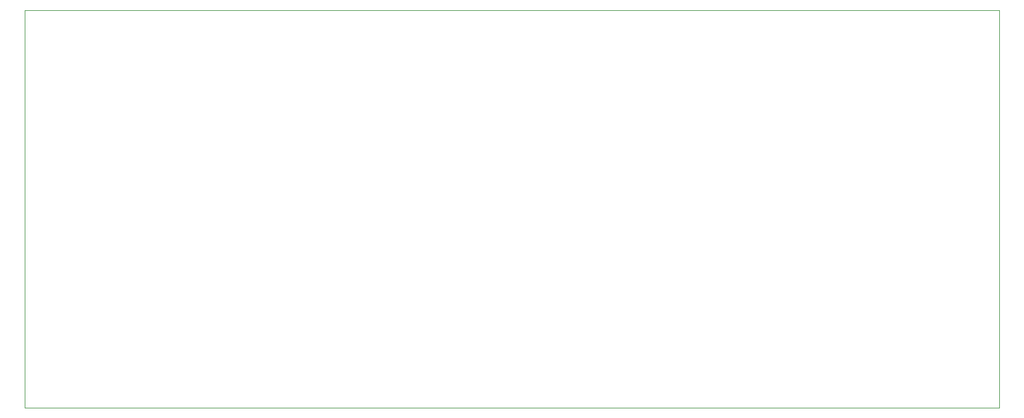
<source format=gbr>
%TF.GenerationSoftware,KiCad,Pcbnew,9.0.1*%
%TF.CreationDate,2025-04-05T14:03:07-06:00*%
%TF.ProjectId,GBDump,47424475-6d70-42e6-9b69-6361645f7063,rev?*%
%TF.SameCoordinates,Original*%
%TF.FileFunction,Profile,NP*%
%FSLAX46Y46*%
G04 Gerber Fmt 4.6, Leading zero omitted, Abs format (unit mm)*
G04 Created by KiCad (PCBNEW 9.0.1) date 2025-04-05 14:03:07*
%MOMM*%
%LPD*%
G01*
G04 APERTURE LIST*
%TA.AperFunction,Profile*%
%ADD10C,0.100000*%
%TD*%
G04 APERTURE END LIST*
D10*
X88645000Y-61535000D02*
X225405000Y-61535000D01*
X225405000Y-117415000D01*
X88645000Y-117415000D01*
X88645000Y-61535000D01*
M02*

</source>
